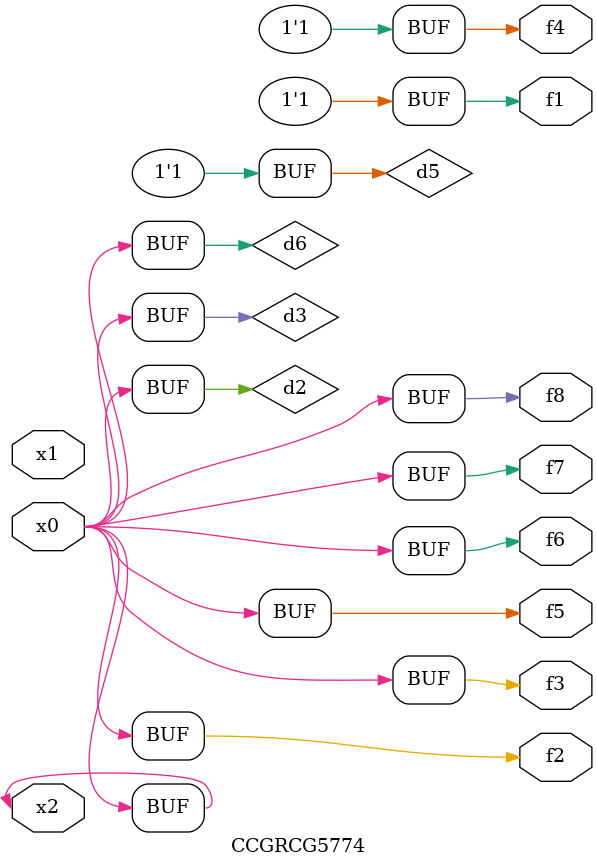
<source format=v>
module CCGRCG5774(
	input x0, x1, x2,
	output f1, f2, f3, f4, f5, f6, f7, f8
);

	wire d1, d2, d3, d4, d5, d6;

	xnor (d1, x2);
	buf (d2, x0, x2);
	and (d3, x0);
	xnor (d4, x1, x2);
	nand (d5, d1, d3);
	buf (d6, d2, d3);
	assign f1 = d5;
	assign f2 = d6;
	assign f3 = d6;
	assign f4 = d5;
	assign f5 = d6;
	assign f6 = d6;
	assign f7 = d6;
	assign f8 = d6;
endmodule

</source>
